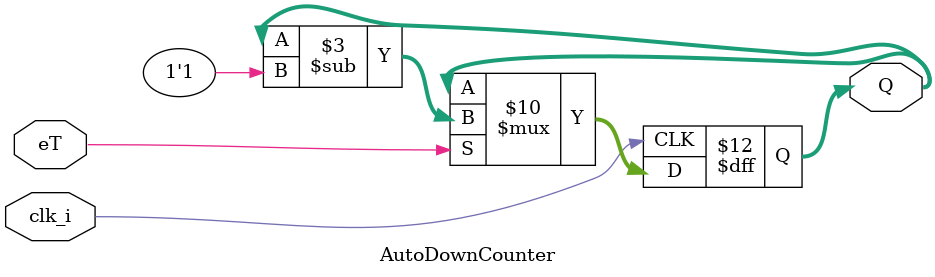
<source format=v>
`timescale 1ns / 1ps

module AutoDownCounter(clk_i, eT, Q);

	input clk_i;
	input eT; // Enable Bit
	output reg [1:0] Q; // Count Value

	initial begin
	Q[1] <= 1; Q[0] <= 1;
	end

	always @(posedge clk_i) begin
		if (eT == 1) begin		
			Q <= Q - 1'b1;
			if (Q == 2'b11) begin
				//$display("C == 2'b11");
			end
			else if (Q == 2'b10) begin
				//$display("C == 2'b10");
			end
			else if (Q == 2'b01) begin
				//$display("C == 2'b01");
			end
			else if (Q == 2'b00) begin
				//$display("C == 2'b00");
			end
			else begin
				//$display("S7E #ERROR#");
			end
		end
		else begin
			Q <= Q;
		end
	end

endmodule

</source>
